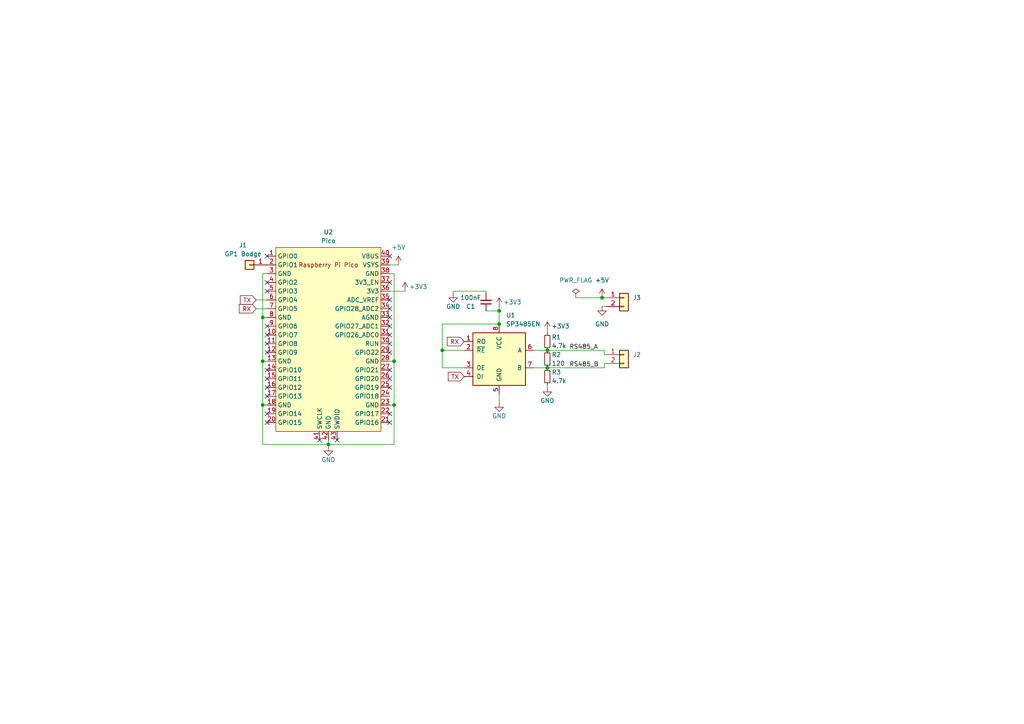
<source format=kicad_sch>
(kicad_sch (version 20230121) (generator eeschema)
  (paper "A4")
  (lib_symbols
    (symbol "Connector_Generic:Conn_01x01" (pin_names (offset 1.016) hide)
      (property "Reference" "J" (at 0 2.54 0))
      (property "Value" "Conn_01x01" (at 0 -2.54 0))
      (symbol "Conn_01x01_1_1"
        (rectangle (start -1.27 0.127) (end 0 -0.127) (stroke (width 0.1524)))
        (rectangle (start -1.27 1.27) (end 1.27 -1.27) (stroke (width 0.254)) (fill (type background)))
        (pin passive line (at -5.08 0 0) (length 3.81) (name "Pin_1") (number "1"))
      )
    )
    (symbol "Connector_Generic:Conn_01x02" (pin_names (offset 1.016) hide)
      (property "Reference" "J" (at 0 2.54 0))
      (property "Value" "Conn_01x02" (at 0 -5.08 0))
      (symbol "Conn_01x02_1_1"
        (rectangle (start -1.27 -2.413) (end 0 -2.667) (stroke (width 0.1524)))
        (rectangle (start -1.27 0.127) (end 0 -0.127) (stroke (width 0.1524)))
        (rectangle (start -1.27 1.27) (end 1.27 -3.81) (stroke (width 0.254)) (fill (type background)))
        (pin passive line (at -5.08 0 0) (length 3.81) (name "Pin_1") (number "1"))
        (pin passive line (at -5.08 -2.54 0) (length 3.81) (name "Pin_2") (number "2"))
      )
    )
    (symbol "Device:C_Small" (pin_numbers hide) (pin_names (offset 0.254) hide)
      (property "Reference" "C" (at 0.254 1.778 0))
      (property "Value" "C_Small" (at 0.254 -2.032 0))
      (symbol "C_Small_0_1"
        (polyline (pts (xy -1.524 -0.508) (xy 1.524 -0.508)) (stroke (width 0.3302)))
        (polyline (pts (xy -1.524 0.508) (xy 1.524 0.508)) (stroke (width 0.3048)))
      )
      (symbol "C_Small_1_1"
        (pin passive line (at 0 2.54 270) (length 2.032) (name "~") (number "1"))
        (pin passive line (at 0 -2.54 90) (length 2.032) (name "~") (number "2"))
      )
    )
    (symbol "Device:R_Small" (pin_numbers hide) (pin_names (offset 0.254) hide)
      (property "Reference" "R" (at 0.762 0.508 0))
      (property "Value" "R_Small" (at 0.762 -1.016 0))
      (symbol "R_Small_0_1"
        (rectangle (start -0.762 1.778) (end 0.762 -1.778) (stroke (width 0.2032)))
      )
      (symbol "R_Small_1_1"
        (pin passive line (at 0 2.54 270) (length 0.762) (name "~") (number "1"))
        (pin passive line (at 0 -2.54 90) (length 0.762) (name "~") (number "2"))
      )
    )
    (symbol "Interface_UART:SP3485EN" (pin_names (offset 1.016))
      (property "Reference" "U" (at -7.62 8.89 0))
      (property "Value" "SP3485EN" (at 2.54 8.89 0))
      (symbol "SP3485EN_0_1"
        (rectangle (start -7.62 7.62) (end 7.62 -7.62) (stroke (width 0.254)) (fill (type background)))
      )
      (symbol "SP3485EN_1_1"
        (pin output line (at -10.16 5.08 0) (length 2.54) (name "RO") (number "1"))
        (pin input line (at -10.16 2.54 0) (length 2.54) (name "~{RE}") (number "2"))
        (pin input line (at -10.16 -2.54 0) (length 2.54) (name "DE") (number "3"))
        (pin input line (at -10.16 -5.08 0) (length 2.54) (name "DI") (number "4"))
        (pin power_in line (at 0 -10.16 90) (length 2.54) (name "GND") (number "5"))
        (pin bidirectional line (at 10.16 2.54 180) (length 2.54) (name "A") (number "6"))
        (pin bidirectional line (at 10.16 -2.54 180) (length 2.54) (name "B") (number "7"))
        (pin power_in line (at 0 10.16 270) (length 2.54) (name "VCC") (number "8"))
      )
    )
    (symbol "MCU_RaspberryPi_and_Boards:Pico"
      (property "Reference" "U" (at -13.97 27.94 0))
      (property "Value" "Pico" (at 0 19.05 0))
      (symbol "Pico_0_0"
        (text "Raspberry Pi Pico" (at 0 21.59 0) (effects (font (size 1.27 1.27))))
      )
      (symbol "Pico_0_1"
        (rectangle (start -15.24 26.67) (end 15.24 -26.67) (fill (type background)))
      )
      (symbol "Pico_1_1"
        (pin bidirectional line (at -17.78 24.13 0) (length 2.54) (name "GPIO0") (number "1"))
        (pin bidirectional line (at -17.78 1.27 0) (length 2.54) (name "GPIO7") (number "10"))
        (pin bidirectional line (at -17.78 -1.27 0) (length 2.54) (name "GPIO8") (number "11"))
        (pin bidirectional line (at -17.78 -3.81 0) (length 2.54) (name "GPIO9") (number "12"))
        (pin power_in line (at -17.78 -6.35 0) (length 2.54) (name "GND") (number "13"))
        (pin bidirectional line (at -17.78 -8.89 0) (length 2.54) (name "GPIO10") (number "14"))
        (pin bidirectional line (at -17.78 -11.43 0) (length 2.54) (name "GPIO11") (number "15"))
        (pin bidirectional line (at -17.78 -13.97 0) (length 2.54) (name "GPIO12") (number "16"))
        (pin bidirectional line (at -17.78 -16.51 0) (length 2.54) (name "GPIO13") (number "17"))
        (pin power_in line (at -17.78 -19.05 0) (length 2.54) (name "GND") (number "18"))
        (pin bidirectional line (at -17.78 -21.59 0) (length 2.54) (name "GPIO14") (number "19"))
        (pin bidirectional line (at -17.78 21.59 0) (length 2.54) (name "GPIO1") (number "2"))
        (pin bidirectional line (at -17.78 -24.13 0) (length 2.54) (name "GPIO15") (number "20"))
        (pin bidirectional line (at 17.78 -24.13 180) (length 2.54) (name "GPIO16") (number "21"))
        (pin bidirectional line (at 17.78 -21.59 180) (length 2.54) (name "GPIO17") (number "22"))
        (pin power_in line (at 17.78 -19.05 180) (length 2.54) (name "GND") (number "23"))
        (pin bidirectional line (at 17.78 -16.51 180) (length 2.54) (name "GPIO18") (number "24"))
        (pin bidirectional line (at 17.78 -13.97 180) (length 2.54) (name "GPIO19") (number "25"))
        (pin bidirectional line (at 17.78 -11.43 180) (length 2.54) (name "GPIO20") (number "26"))
        (pin bidirectional line (at 17.78 -8.89 180) (length 2.54) (name "GPIO21") (number "27"))
        (pin power_in line (at 17.78 -6.35 180) (length 2.54) (name "GND") (number "28"))
        (pin bidirectional line (at 17.78 -3.81 180) (length 2.54) (name "GPIO22") (number "29"))
        (pin power_in line (at -17.78 19.05 0) (length 2.54) (name "GND") (number "3"))
        (pin input line (at 17.78 -1.27 180) (length 2.54) (name "RUN") (number "30"))
        (pin bidirectional line (at 17.78 1.27 180) (length 2.54) (name "GPIO26_ADC0") (number "31"))
        (pin bidirectional line (at 17.78 3.81 180) (length 2.54) (name "GPIO27_ADC1") (number "32"))
        (pin power_in line (at 17.78 6.35 180) (length 2.54) (name "AGND") (number "33"))
        (pin bidirectional line (at 17.78 8.89 180) (length 2.54) (name "GPIO28_ADC2") (number "34"))
        (pin power_in line (at 17.78 11.43 180) (length 2.54) (name "ADC_VREF") (number "35"))
        (pin power_in line (at 17.78 13.97 180) (length 2.54) (name "3V3") (number "36"))
        (pin input line (at 17.78 16.51 180) (length 2.54) (name "3V3_EN") (number "37"))
        (pin bidirectional line (at 17.78 19.05 180) (length 2.54) (name "GND") (number "38"))
        (pin power_in line (at 17.78 21.59 180) (length 2.54) (name "VSYS") (number "39"))
        (pin bidirectional line (at -17.78 16.51 0) (length 2.54) (name "GPIO2") (number "4"))
        (pin power_in line (at 17.78 24.13 180) (length 2.54) (name "VBUS") (number "40"))
        (pin input line (at -2.54 -29.21 90) (length 2.54) (name "SWCLK") (number "41"))
        (pin power_in line (at 0 -29.21 90) (length 2.54) (name "GND") (number "42"))
        (pin bidirectional line (at 2.54 -29.21 90) (length 2.54) (name "SWDIO") (number "43"))
        (pin bidirectional line (at -17.78 13.97 0) (length 2.54) (name "GPIO3") (number "5"))
        (pin bidirectional line (at -17.78 11.43 0) (length 2.54) (name "GPIO4") (number "6"))
        (pin bidirectional line (at -17.78 8.89 0) (length 2.54) (name "GPIO5") (number "7"))
        (pin power_in line (at -17.78 6.35 0) (length 2.54) (name "GND") (number "8"))
        (pin bidirectional line (at -17.78 3.81 0) (length 2.54) (name "GPIO6") (number "9"))
      )
    )
    (symbol "power:+3V3" (power) (pin_names (offset 0))
      (property "Value" "+3V3" (at 0 3.556 0))
      (symbol "+3V3_0_1"
        (polyline (pts (xy -0.762 1.27) (xy 0 2.54)))
        (polyline (pts (xy 0 0) (xy 0 2.54)))
        (polyline (pts (xy 0 2.54) (xy 0.762 1.27)))
      )
      (symbol "+3V3_1_1"
        (pin power_in line (at 0 0 90) (length 0) hide (name "+3V3") (number "1"))
      )
    )
    (symbol "power:+5V" (power) (pin_names (offset 0))
      (property "Value" "+5V" (at 0 3.556 0))
      (symbol "+5V_0_1"
        (polyline (pts (xy -0.762 1.27) (xy 0 2.54)))
        (polyline (pts (xy 0 0) (xy 0 2.54)))
        (polyline (pts (xy 0 2.54) (xy 0.762 1.27)))
      )
      (symbol "+5V_1_1"
        (pin power_in line (at 0 0 90) (length 0) hide (name "+5V") (number "1"))
      )
    )
    (symbol "power:GND" (power) (pin_names (offset 0))
      (property "Value" "GND" (at 0 -3.81 0))
      (symbol "GND_0_1"
        (polyline (pts (xy 0 0) (xy 0 -1.27) (xy 1.27 -1.27) (xy 0 -2.54) (xy -1.27 -1.27) (xy 0 -1.27)))
      )
      (symbol "GND_1_1"
        (pin power_in line (at 0 0 270) (length 0) hide (name "GND") (number "1"))
      )
    )
    (symbol "power:PWR_FLAG" (power) (pin_numbers hide) (pin_names (offset 0) hide)
      (property "Value" "PWR_FLAG" (at 0 3.81 0))
      (symbol "PWR_FLAG_0_0"
        (pin power_out line (at 0 0 90) (length 0) (name "pwr") (number "1"))
      )
      (symbol "PWR_FLAG_0_1"
        (polyline (pts (xy 0 0) (xy 0 1.27) (xy -1.016 1.905) (xy 0 2.54) (xy 1.016 1.905) (xy 0 1.27)))
      )
    )
  )
  (junction (at 95.25 128.905))
  (junction (at 76.2 117.475))
  (junction (at 128.27 101.6))
  (junction (at 114.3 104.775))
  (junction (at 114.3 117.475))
  (junction (at 158.75 106.68))
  (junction (at 144.78 90.17))
  (junction (at 76.2 104.775))
  (junction (at 76.2 92.075))
  (junction (at 158.75 101.6))
  (junction (at 144.78 93.98))
  (junction (at 174.625 86.36))
  (no_connect (at 77.47 112.395))
  (no_connect (at 113.03 122.555))
  (no_connect (at 113.03 89.535))
  (no_connect (at 77.47 109.855))
  (no_connect (at 113.03 112.395))
  (no_connect (at 113.03 109.855))
  (no_connect (at 77.47 107.315))
  (no_connect (at 113.03 99.695))
  (no_connect (at 77.47 74.295))
  (no_connect (at 113.03 107.315))
  (no_connect (at 77.47 102.235))
  (no_connect (at 113.03 97.155))
  (no_connect (at 77.47 122.555))
  (no_connect (at 97.79 127.635))
  (no_connect (at 77.47 114.935))
  (no_connect (at 77.47 81.915))
  (no_connect (at 113.03 102.235))
  (no_connect (at 77.47 97.155))
  (no_connect (at 113.03 81.915))
  (no_connect (at 77.47 120.015))
  (no_connect (at 77.47 99.695))
  (no_connect (at 77.47 84.455))
  (no_connect (at 92.71 127.635))
  (no_connect (at 113.03 120.015))
  (no_connect (at 113.03 92.075))
  (no_connect (at 113.03 74.295))
  (no_connect (at 113.03 86.995))
  (no_connect (at 77.47 94.615))
  (no_connect (at 113.03 94.615))
  (wire (pts (xy 76.2 117.475) (xy 77.47 117.475)))
  (wire (pts (xy 114.3 117.475) (xy 114.3 128.905)))
  (wire (pts (xy 140.97 84.455) (xy 140.97 85.09)))
  (wire (pts (xy 76.2 128.905) (xy 76.2 117.475)))
  (wire (pts (xy 154.94 106.68) (xy 158.75 106.68)))
  (wire (pts (xy 144.78 114.3) (xy 144.78 116.84)))
  (wire (pts (xy 128.27 101.6) (xy 128.27 93.98)))
  (wire (pts (xy 144.78 88.9) (xy 144.78 90.17)))
  (wire (pts (xy 128.27 106.68) (xy 128.27 101.6)))
  (wire (pts (xy 175.26 102.87) (xy 175.895 102.87)))
  (wire (pts (xy 114.3 104.775) (xy 113.03 104.775)))
  (wire (pts (xy 95.25 128.905) (xy 95.25 129.54)))
  (wire (pts (xy 76.2 104.775) (xy 77.47 104.775)))
  (wire (pts (xy 158.75 101.6) (xy 154.94 101.6)))
  (wire (pts (xy 128.27 93.98) (xy 144.78 93.98)))
  (wire (pts (xy 74.295 89.535) (xy 77.47 89.535)))
  (wire (pts (xy 76.2 92.075) (xy 76.2 79.375)))
  (wire (pts (xy 114.3 79.375) (xy 114.3 104.775)))
  (wire (pts (xy 114.3 117.475) (xy 113.03 117.475)))
  (wire (pts (xy 74.295 86.995) (xy 77.47 86.995)))
  (wire (pts (xy 95.25 127.635) (xy 95.25 128.905)))
  (wire (pts (xy 113.03 79.375) (xy 114.3 79.375)))
  (wire (pts (xy 174.625 86.36) (xy 175.895 86.36)))
  (wire (pts (xy 158.75 95.885) (xy 158.75 96.52)))
  (wire (pts (xy 113.03 84.455) (xy 117.475 84.455)))
  (wire (pts (xy 95.25 128.905) (xy 76.2 128.905)))
  (wire (pts (xy 76.2 117.475) (xy 76.2 104.775)))
  (wire (pts (xy 131.445 84.455) (xy 140.97 84.455)))
  (wire (pts (xy 76.2 79.375) (xy 77.47 79.375)))
  (wire (pts (xy 144.78 90.17) (xy 144.78 93.98)))
  (wire (pts (xy 174.625 88.9) (xy 175.895 88.9)))
  (wire (pts (xy 76.2 92.075) (xy 77.47 92.075)))
  (wire (pts (xy 175.26 105.41) (xy 175.26 106.68)))
  (wire (pts (xy 158.75 101.6) (xy 175.26 101.6)))
  (wire (pts (xy 158.75 111.76) (xy 158.75 112.395)))
  (wire (pts (xy 175.26 105.41) (xy 175.895 105.41)))
  (wire (pts (xy 128.27 101.6) (xy 134.62 101.6)))
  (wire (pts (xy 114.3 104.775) (xy 114.3 117.475)))
  (wire (pts (xy 76.2 104.775) (xy 76.2 92.075)))
  (wire (pts (xy 175.26 102.87) (xy 175.26 101.6)))
  (wire (pts (xy 128.27 106.68) (xy 134.62 106.68)))
  (wire (pts (xy 113.03 76.835) (xy 115.57 76.835)))
  (wire (pts (xy 175.26 106.68) (xy 158.75 106.68)))
  (wire (pts (xy 140.97 90.17) (xy 144.78 90.17)))
  (wire (pts (xy 167.005 86.36) (xy 174.625 86.36)))
  (wire (pts (xy 131.445 85.09) (xy 131.445 84.455)))
  (wire (pts (xy 114.3 128.905) (xy 95.25 128.905)))
  (label "RS485_B" (at 165.1 106.68 0))
  (label "RS485_A" (at 165.1 101.6 0))
  (global_label "TX" (shape input) (at 134.62 109.22 180) (property "Intersheetrefs" "${INTERSHEET_REFS}" (effects hide)))
  (global_label "TX" (shape input) (at 74.295 86.995 180) (property "Intersheetrefs" "${INTERSHEET_REFS}" (effects hide)))
  (global_label "RX" (shape input) (at 74.295 89.535 180) (property "Intersheetrefs" "${INTERSHEET_REFS}" (effects hide)))
  (global_label "RX" (shape input) (at 134.62 99.06 180) (property "Intersheetrefs" "${INTERSHEET_REFS}" (effects hide)))
  (symbol (lib_id "Connector_Generic:Conn_01x02") (at 180.975 102.87 0) (unit 1)
    (property "Reference" "J2" (at 183.515 102.87 0) (effects (justify left)))
    (property "Value" "Conn_01x02" (effects hide))
    (property "Footprint" "Connector_JST:JST_XH_S2B-XH-A_1x02_P2.50mm_Horizontal" (effects hide))
  )
  (symbol (lib_id "power:+3V3") (at 158.75 95.885 0) (unit 1)
    (property "Reference" "#PWR05" (effects hide))
    (property "Value" "+3V3" (at 162.56 94.615 0))
  )
  (symbol (lib_id "Connector_Generic:Conn_01x02") (at 180.975 86.36 0) (unit 1)
    (property "Reference" "J3" (at 183.515 86.36 0) (effects (justify left)))
    (property "Value" "Conn_01x02" (effects hide))
    (property "Footprint" "Connector_JST:JST_XH_S2B-XH-A_1x02_P2.50mm_Horizontal" (effects hide))
  )
  (symbol (lib_id "Device:R_Small") (at 158.75 104.14 0) (unit 1)
    (property "Reference" "R2" (at 160.02 102.87 0) (effects (justify left)))
    (property "Value" "120" (at 160.02 105.41 0) (effects (justify left)))
    (property "Footprint" "Resistor_SMD:R_0805_2012Metric_Pad1.20x1.40mm_HandSolder" (effects hide))
    (property "LCSC" "C17437" (effects hide))
  )
  (symbol (lib_id "power:+3V3") (at 117.475 84.455 0) (unit 1)
    (property "Reference" "#PWR01" (effects hide))
    (property "Value" "+3V3" (at 121.285 83.185 0))
  )
  (symbol (lib_id "power:GND") (at 158.75 112.395 0) (unit 1)
    (property "Reference" "#PWR06" (effects hide))
    (property "Value" "GND" (at 158.75 116.205 0))
  )
  (symbol (lib_id "Device:R_Small") (at 158.75 99.06 0) (unit 1)
    (property "Reference" "R1" (at 160.02 97.79 0) (effects (justify left)))
    (property "Value" "4.7k" (at 160.02 100.33 0) (effects (justify left)))
    (property "Footprint" "Resistor_SMD:R_0805_2012Metric_Pad1.20x1.40mm_HandSolder" (effects hide))
    (property "LCSC" "C17673" (effects hide))
  )
  (symbol (lib_id "Device:C_Small") (at 140.97 87.63 180) (unit 1)
    (property "Reference" "C1" (at 136.525 88.9 0))
    (property "Value" "100nF" (at 136.525 86.36 0))
    (property "Footprint" "Capacitor_SMD:C_0805_2012Metric_Pad1.18x1.45mm_HandSolder" (effects hide))
    (property "LCSC" "C49678" (effects hide))
  )
  (symbol (lib_id "power:+5V") (at 115.57 76.835 0) (mirror y) (unit 1)
    (property "Reference" "#PWR010" (effects hide))
    (property "Value" "+5V" (at 115.57 71.755 0))
  )
  (symbol (lib_id "power:+3V3") (at 144.78 88.9 0) (unit 1)
    (property "Reference" "#PWR03" (effects hide))
    (property "Value" "+3V3" (at 148.59 87.63 0))
  )
  (symbol (lib_id "power:PWR_FLAG") (at 167.005 86.36 0) (unit 1)
    (property "Reference" "#FLG01" (effects hide))
    (property "Value" "PWR_FLAG" (at 167.005 81.28 0))
  )
  (symbol (lib_id "power:+5V") (at 174.625 86.36 0) (mirror y) (unit 1)
    (property "Reference" "#PWR08" (effects hide))
    (property "Value" "+5V" (at 174.625 81.28 0))
  )
  (symbol (lib_id "power:GND") (at 144.78 116.84 0) (unit 1)
    (property "Reference" "#PWR04" (effects hide))
    (property "Value" "GND" (at 144.78 120.65 0))
  )
  (symbol (lib_id "MCU_RaspberryPi_and_Boards:Pico") (at 95.25 98.425 0) (unit 1)
    (property "Reference" "U2" (at 95.25 67.31 0))
    (property "Value" "Pico" (at 95.25 69.85 0))
    (property "Footprint" "MCU_RaspberryPi_and_Boards:RPi_Pico_SMD_TH" (effects hide))
  )
  (symbol (lib_id "Connector_Generic:Conn_01x01") (at 72.39 76.835 180) (unit 1)
    (property "Reference" "J1" (at 70.485 71.12 0))
    (property "Value" "GP1 Bodge" (at 70.485 73.66 0))
    (property "Footprint" "Connector_PinSocket_2.54mm:PinSocket_1x01_P2.54mm_Vertical" (effects hide))
  )
  (symbol (lib_id "Device:R_Small") (at 158.75 109.22 0) (unit 1)
    (property "Reference" "R3" (at 160.02 107.95 0) (effects (justify left)))
    (property "Value" "4.7k" (at 160.02 110.49 0) (effects (justify left)))
    (property "Footprint" "Resistor_SMD:R_0805_2012Metric_Pad1.20x1.40mm_HandSolder" (effects hide))
    (property "LCSC" "C17673" (effects hide))
  )
  (symbol (lib_id "power:GND") (at 95.25 129.54 0) (unit 1)
    (property "Reference" "#PWR07" (effects hide))
    (property "Value" "GND" (at 95.25 133.35 0))
  )
  (symbol (lib_id "Interface_UART:SP3485EN") (at 144.78 104.14 0) (unit 1)
    (property "Reference" "U1" (at 146.7359 91.44 0) (effects (justify left)))
    (property "Value" "SP3485EN" (at 146.7359 93.98 0) (effects (justify left)))
    (property "Footprint" "Package_SO:SOIC-8_3.9x4.9mm_P1.27mm" (effects hide))
    (property "Datasheet" "http://www.icbase.com/pdf/SPX/SPX00480106.pdf" (effects hide))
    (property "LCSC" " C8963" (effects hide))
  )
  (symbol (lib_id "power:GND") (at 174.625 88.9 0) (unit 1)
    (property "Reference" "#PWR09" (effects hide))
    (property "Value" "GND" (at 174.625 93.98 0))
  )
  (symbol (lib_id "power:GND") (at 131.445 85.09 0) (unit 1)
    (property "Reference" "#PWR02" (effects hide))
    (property "Value" "GND" (at 131.445 88.9 0))
  )
)
</source>
